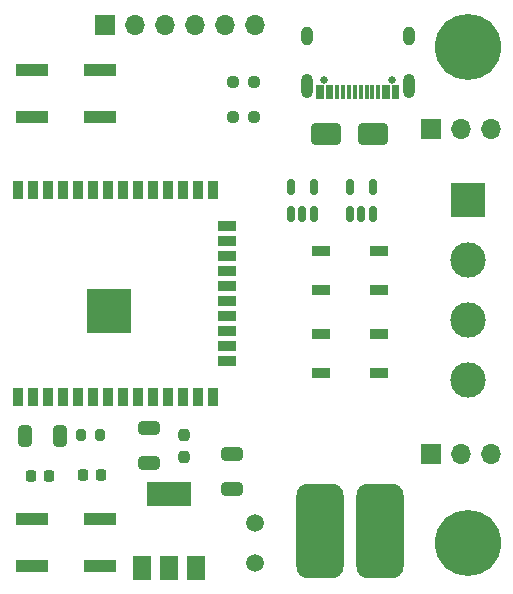
<source format=gts>
G04 #@! TF.GenerationSoftware,KiCad,Pcbnew,7.0.8-7.0.8~ubuntu22.04.1*
G04 #@! TF.CreationDate,2023-11-04T16:43:40+00:00*
G04 #@! TF.ProjectId,kicad_dual_neopixel_driver,6b696361-645f-4647-9561-6c5f6e656f70,rev?*
G04 #@! TF.SameCoordinates,Original*
G04 #@! TF.FileFunction,Soldermask,Top*
G04 #@! TF.FilePolarity,Negative*
%FSLAX46Y46*%
G04 Gerber Fmt 4.6, Leading zero omitted, Abs format (unit mm)*
G04 Created by KiCad (PCBNEW 7.0.8-7.0.8~ubuntu22.04.1) date 2023-11-04 16:43:40*
%MOMM*%
%LPD*%
G01*
G04 APERTURE LIST*
G04 Aperture macros list*
%AMRoundRect*
0 Rectangle with rounded corners*
0 $1 Rounding radius*
0 $2 $3 $4 $5 $6 $7 $8 $9 X,Y pos of 4 corners*
0 Add a 4 corners polygon primitive as box body*
4,1,4,$2,$3,$4,$5,$6,$7,$8,$9,$2,$3,0*
0 Add four circle primitives for the rounded corners*
1,1,$1+$1,$2,$3*
1,1,$1+$1,$4,$5*
1,1,$1+$1,$6,$7*
1,1,$1+$1,$8,$9*
0 Add four rect primitives between the rounded corners*
20,1,$1+$1,$2,$3,$4,$5,0*
20,1,$1+$1,$4,$5,$6,$7,0*
20,1,$1+$1,$6,$7,$8,$9,0*
20,1,$1+$1,$8,$9,$2,$3,0*%
G04 Aperture macros list end*
%ADD10RoundRect,0.237500X0.250000X0.237500X-0.250000X0.237500X-0.250000X-0.237500X0.250000X-0.237500X0*%
%ADD11RoundRect,0.237500X-0.237500X0.250000X-0.237500X-0.250000X0.237500X-0.250000X0.237500X0.250000X0*%
%ADD12R,1.500000X2.000000*%
%ADD13R,3.800000X2.000000*%
%ADD14R,1.700000X1.700000*%
%ADD15O,1.700000X1.700000*%
%ADD16R,0.900000X1.500000*%
%ADD17R,1.500000X0.900000*%
%ADD18C,0.600000*%
%ADD19R,3.800000X3.800000*%
%ADD20R,2.800000X1.000000*%
%ADD21C,1.500000*%
%ADD22C,0.650000*%
%ADD23R,0.300000X1.150000*%
%ADD24O,1.000000X2.100000*%
%ADD25O,1.000000X1.600000*%
%ADD26C,5.600000*%
%ADD27RoundRect,0.250000X0.650000X-0.325000X0.650000X0.325000X-0.650000X0.325000X-0.650000X-0.325000X0*%
%ADD28RoundRect,0.225000X-0.225000X-0.250000X0.225000X-0.250000X0.225000X0.250000X-0.225000X0.250000X0*%
%ADD29R,3.000000X3.000000*%
%ADD30C,3.000000*%
%ADD31RoundRect,1.000000X-1.000000X-3.000000X1.000000X-3.000000X1.000000X3.000000X-1.000000X3.000000X0*%
%ADD32RoundRect,0.250000X1.000000X0.650000X-1.000000X0.650000X-1.000000X-0.650000X1.000000X-0.650000X0*%
%ADD33RoundRect,0.200000X0.200000X0.275000X-0.200000X0.275000X-0.200000X-0.275000X0.200000X-0.275000X0*%
%ADD34RoundRect,0.150000X0.150000X-0.512500X0.150000X0.512500X-0.150000X0.512500X-0.150000X-0.512500X0*%
%ADD35RoundRect,0.225000X0.225000X0.250000X-0.225000X0.250000X-0.225000X-0.250000X0.225000X-0.250000X0*%
%ADD36RoundRect,0.250000X0.325000X0.650000X-0.325000X0.650000X-0.325000X-0.650000X0.325000X-0.650000X0*%
G04 APERTURE END LIST*
D10*
G04 #@! TO.C,R1*
X156912500Y-97000000D03*
X155087500Y-97000000D03*
G04 #@! TD*
D11*
G04 #@! TO.C,R3*
X151000000Y-126887500D03*
X151000000Y-128712500D03*
G04 #@! TD*
D12*
G04 #@! TO.C,U1*
X147400000Y-138150000D03*
X149700000Y-138150000D03*
D13*
X149700000Y-131850000D03*
D12*
X152000000Y-138150000D03*
G04 #@! TD*
D14*
G04 #@! TO.C,J4*
X171920000Y-128524000D03*
D15*
X174460000Y-128524000D03*
X177000000Y-128524000D03*
G04 #@! TD*
D16*
G04 #@! TO.C,U4*
X136880000Y-123650000D03*
X138150000Y-123650000D03*
X139420000Y-123650000D03*
X140690000Y-123650000D03*
X141960000Y-123650000D03*
X143230000Y-123650000D03*
X144500000Y-123650000D03*
X145770000Y-123650000D03*
X147040000Y-123650000D03*
X148310000Y-123650000D03*
X149580000Y-123650000D03*
X150850000Y-123650000D03*
X152120000Y-123650000D03*
X153390000Y-123650000D03*
D17*
X154640000Y-120610000D03*
X154640000Y-119340000D03*
X154640000Y-118070000D03*
X154640000Y-116800000D03*
X154640000Y-115530000D03*
X154640000Y-114260000D03*
X154640000Y-112990000D03*
X154640000Y-111720000D03*
X154640000Y-110450000D03*
X154640000Y-109180000D03*
D16*
X153390000Y-106150000D03*
X152120000Y-106150000D03*
X150850000Y-106150000D03*
X149580000Y-106150000D03*
X148310000Y-106150000D03*
X147040000Y-106150000D03*
X145770000Y-106150000D03*
X144500000Y-106150000D03*
X143230000Y-106150000D03*
X141960000Y-106150000D03*
X140690000Y-106150000D03*
X139420000Y-106150000D03*
X138150000Y-106150000D03*
X136880000Y-106150000D03*
D18*
X143900000Y-117800000D03*
X145300000Y-117800000D03*
X143200000Y-117100000D03*
X144600000Y-117100000D03*
X146000000Y-117100000D03*
X143900000Y-116425000D03*
X145300000Y-116425000D03*
D19*
X144600000Y-116400000D03*
D18*
X143200000Y-115700000D03*
X144600000Y-115700000D03*
X146000000Y-115700000D03*
X143900000Y-115000000D03*
X145300000Y-115000000D03*
G04 #@! TD*
D10*
G04 #@! TO.C,R2*
X156912500Y-100000000D03*
X155087500Y-100000000D03*
G04 #@! TD*
D20*
G04 #@! TO.C,SW2*
X138100000Y-96000000D03*
X143900000Y-96000000D03*
X138100000Y-100000000D03*
X143900000Y-100000000D03*
G04 #@! TD*
D21*
G04 #@! TO.C,R4*
X157000000Y-134300000D03*
X157000000Y-137700000D03*
G04 #@! TD*
D14*
G04 #@! TO.C,J6*
X144300000Y-92200000D03*
D15*
X146840000Y-92200000D03*
X149380000Y-92200000D03*
X151920000Y-92200000D03*
X154460000Y-92200000D03*
X157000000Y-92200000D03*
G04 #@! TD*
D22*
G04 #@! TO.C,J5*
X168570000Y-96805000D03*
X162790000Y-96805000D03*
D23*
X169030000Y-97870000D03*
X168230000Y-97870000D03*
X166930000Y-97870000D03*
X165930000Y-97870000D03*
X165430000Y-97870000D03*
X164430000Y-97870000D03*
X163130000Y-97870000D03*
X162330000Y-97870000D03*
X162630000Y-97870000D03*
X163430000Y-97870000D03*
X163930000Y-97870000D03*
X164930000Y-97870000D03*
X166430000Y-97870000D03*
X167430000Y-97870000D03*
X167930000Y-97870000D03*
X168730000Y-97870000D03*
D24*
X170000000Y-97305000D03*
D25*
X170000000Y-93125000D03*
D24*
X161360000Y-97305000D03*
D25*
X161360000Y-93125000D03*
G04 #@! TD*
D26*
G04 #@! TO.C,REF\u002A\u002A*
X175000000Y-94000000D03*
G04 #@! TD*
D27*
G04 #@! TO.C,C1*
X155000000Y-131475000D03*
X155000000Y-128525000D03*
G04 #@! TD*
D28*
G04 #@! TO.C,C5*
X142400000Y-130300000D03*
X143950000Y-130300000D03*
G04 #@! TD*
D26*
G04 #@! TO.C,REF\u002A\u002A*
X175000000Y-136000000D03*
G04 #@! TD*
D29*
G04 #@! TO.C,J3*
X175000000Y-107000000D03*
D30*
X175000000Y-112080000D03*
X175000000Y-117160000D03*
X175000000Y-122240000D03*
G04 #@! TD*
D31*
G04 #@! TO.C,J1*
X162460000Y-135000000D03*
X167540000Y-135000000D03*
G04 #@! TD*
D32*
G04 #@! TO.C,D2*
X167000000Y-101400000D03*
X163000000Y-101400000D03*
G04 #@! TD*
D17*
G04 #@! TO.C,D1*
X162550000Y-111350000D03*
X162550000Y-114650000D03*
X167450000Y-114650000D03*
X167450000Y-111350000D03*
G04 #@! TD*
D14*
G04 #@! TO.C,J2*
X171920000Y-101000000D03*
D15*
X174460000Y-101000000D03*
X177000000Y-101000000D03*
G04 #@! TD*
D33*
G04 #@! TO.C,R5*
X143900000Y-126900000D03*
X142250000Y-126900000D03*
G04 #@! TD*
D34*
G04 #@! TO.C,U3*
X165050000Y-108137500D03*
X166000000Y-108137500D03*
X166950000Y-108137500D03*
X166950000Y-105862500D03*
X165050000Y-105862500D03*
G04 #@! TD*
D27*
G04 #@! TO.C,C2*
X148000000Y-129275000D03*
X148000000Y-126325000D03*
G04 #@! TD*
D34*
G04 #@! TO.C,U2*
X160050000Y-108137500D03*
X161000000Y-108137500D03*
X161950000Y-108137500D03*
X161950000Y-105862500D03*
X160050000Y-105862500D03*
G04 #@! TD*
D17*
G04 #@! TO.C,D3*
X162550000Y-118350000D03*
X162550000Y-121650000D03*
X167450000Y-121650000D03*
X167450000Y-118350000D03*
G04 #@! TD*
D35*
G04 #@! TO.C,C4*
X139575000Y-130400000D03*
X138025000Y-130400000D03*
G04 #@! TD*
D20*
G04 #@! TO.C,SW1*
X143900000Y-138000000D03*
X138100000Y-138000000D03*
X143900000Y-134000000D03*
X138100000Y-134000000D03*
G04 #@! TD*
D36*
G04 #@! TO.C,C3*
X140475000Y-127000000D03*
X137525000Y-127000000D03*
G04 #@! TD*
M02*

</source>
